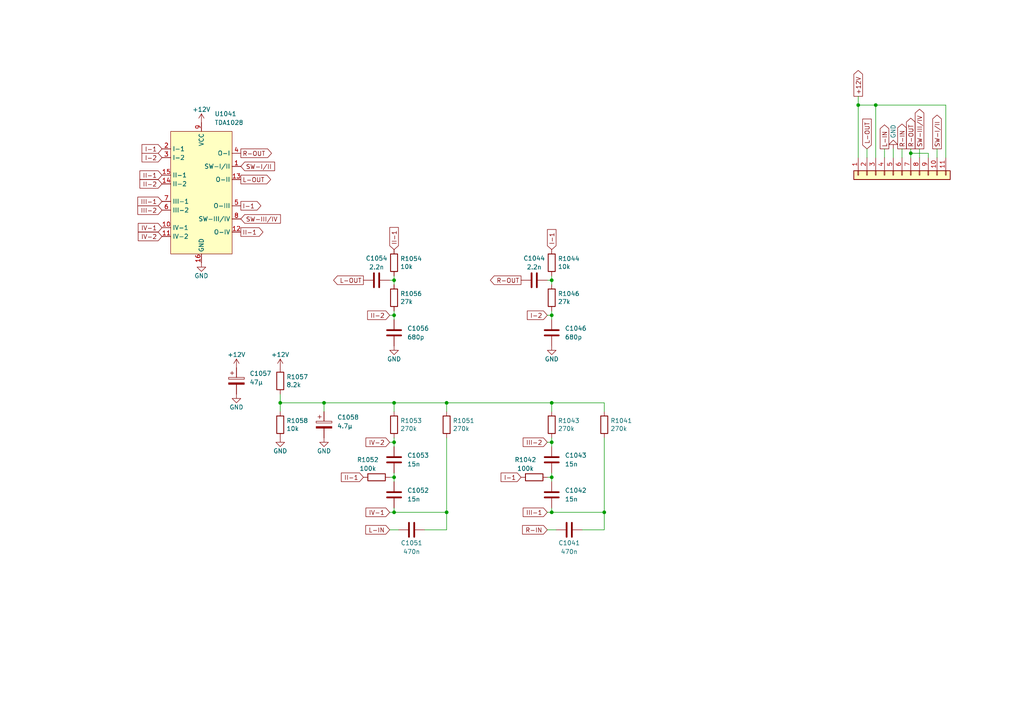
<source format=kicad_sch>
(kicad_sch (version 20230121) (generator eeschema)
  (paper "A4")
  (lib_symbols
    (symbol "Connector_Generic:Conn_01x11" (pin_names (offset 1.016) hide)
      (property "Reference" "J" (at 0 15.24 0))
      (property "Value" "Conn_01x11" (at 0 -15.24 0))
      (symbol "Conn_01x11_1_1"
        (rectangle (start -1.27 -12.573) (end 0 -12.827) (stroke (width 0.1524)))
        (rectangle (start -1.27 -10.033) (end 0 -10.287) (stroke (width 0.1524)))
        (rectangle (start -1.27 -7.493) (end 0 -7.747) (stroke (width 0.1524)))
        (rectangle (start -1.27 -4.953) (end 0 -5.207) (stroke (width 0.1524)))
        (rectangle (start -1.27 -2.413) (end 0 -2.667) (stroke (width 0.1524)))
        (rectangle (start -1.27 0.127) (end 0 -0.127) (stroke (width 0.1524)))
        (rectangle (start -1.27 2.667) (end 0 2.413) (stroke (width 0.1524)))
        (rectangle (start -1.27 5.207) (end 0 4.953) (stroke (width 0.1524)))
        (rectangle (start -1.27 7.747) (end 0 7.493) (stroke (width 0.1524)))
        (rectangle (start -1.27 10.287) (end 0 10.033) (stroke (width 0.1524)))
        (rectangle (start -1.27 12.827) (end 0 12.573) (stroke (width 0.1524)))
        (rectangle (start -1.27 13.97) (end 1.27 -13.97) (stroke (width 0.254)) (fill (type background)))
        (pin passive line (at -5.08 12.7 0) (length 3.81) (name "Pin_1") (number "1"))
        (pin passive line (at -5.08 -10.16 0) (length 3.81) (name "Pin_10") (number "10"))
        (pin passive line (at -5.08 -12.7 0) (length 3.81) (name "Pin_11") (number "11"))
        (pin passive line (at -5.08 10.16 0) (length 3.81) (name "Pin_2") (number "2"))
        (pin passive line (at -5.08 7.62 0) (length 3.81) (name "Pin_3") (number "3"))
        (pin passive line (at -5.08 5.08 0) (length 3.81) (name "Pin_4") (number "4"))
        (pin passive line (at -5.08 2.54 0) (length 3.81) (name "Pin_5") (number "5"))
        (pin passive line (at -5.08 0 0) (length 3.81) (name "Pin_6") (number "6"))
        (pin passive line (at -5.08 -2.54 0) (length 3.81) (name "Pin_7") (number "7"))
        (pin passive line (at -5.08 -5.08 0) (length 3.81) (name "Pin_8") (number "8"))
        (pin passive line (at -5.08 -7.62 0) (length 3.81) (name "Pin_9") (number "9"))
      )
    )
    (symbol "Device:C" (pin_numbers hide) (pin_names (offset 0.254))
      (property "Reference" "C" (at 0.635 2.54 0))
      (property "Value" "C" (at 0.635 -2.54 0))
      (symbol "C_0_1"
        (polyline (pts (xy -2.032 -0.762) (xy 2.032 -0.762)) (stroke (width 0.508)))
        (polyline (pts (xy -2.032 0.762) (xy 2.032 0.762)) (stroke (width 0.508)))
      )
      (symbol "C_1_1"
        (pin passive line (at 0 3.81 270) (length 2.794) (name "~") (number "1"))
        (pin passive line (at 0 -3.81 90) (length 2.794) (name "~") (number "2"))
      )
    )
    (symbol "Device:C_Polarized" (pin_numbers hide) (pin_names (offset 0.254))
      (property "Reference" "C" (at 0.635 2.54 0))
      (property "Value" "C_Polarized" (at 0.635 -2.54 0))
      (symbol "C_Polarized_0_1"
        (rectangle (start -2.286 0.508) (end 2.286 1.016))
        (polyline (pts (xy -1.778 2.286) (xy -0.762 2.286)))
        (polyline (pts (xy -1.27 2.794) (xy -1.27 1.778)))
        (rectangle (start 2.286 -0.508) (end -2.286 -1.016) (fill (type outline)))
      )
      (symbol "C_Polarized_1_1"
        (pin passive line (at 0 3.81 270) (length 2.794) (name "~") (number "1"))
        (pin passive line (at 0 -3.81 90) (length 2.794) (name "~") (number "2"))
      )
    )
    (symbol "Device:R" (pin_numbers hide) (pin_names (offset 0))
      (property "Reference" "R" (at 2.032 0 90))
      (property "Value" "R" (at 0 0 90))
      (symbol "R_0_1"
        (rectangle (start -1.016 -2.54) (end 1.016 2.54) (stroke (width 0.254)))
      )
      (symbol "R_1_1"
        (pin passive line (at 0 3.81 270) (length 1.27) (name "~") (number "1"))
        (pin passive line (at 0 -3.81 90) (length 1.27) (name "~") (number "2"))
      )
    )
    (symbol "Library:TDA1028"
      (property "Reference" "U" (at 0 0 0))
      (property "Value" "TDA1028" (at 0 0 0))
      (symbol "TDA1028_0_1"
        (rectangle (start 8.89 60.96) (end -8.89 25.4) (fill (type background)))
      )
      (symbol "TDA1028_1_1"
        (pin input line (at 11.43 50.8 180) (length 2.54) (name "SW-I/II") (number "1"))
        (pin input line (at -11.43 33.02 0) (length 2.54) (name "IV-1") (number "10"))
        (pin input line (at -11.43 30.48 0) (length 2.54) (name "IV-2") (number "11"))
        (pin output line (at 11.43 31.75 180) (length 2.54) (name "O-IV") (number "12"))
        (pin output line (at 11.43 46.99 180) (length 2.54) (name "O-II") (number "13"))
        (pin input line (at -11.43 45.72 0) (length 2.54) (name "II-2") (number "14"))
        (pin input line (at -11.43 48.26 0) (length 2.54) (name "II-1") (number "15"))
        (pin input line (at 0 22.86 90) (length 2.54) (name "GND") (number "16"))
        (pin input line (at -11.43 55.88 0) (length 2.54) (name "I-1") (number "2"))
        (pin input line (at -11.43 53.34 0) (length 2.54) (name "I-2") (number "3"))
        (pin output line (at 11.43 54.61 180) (length 2.54) (name "O-I") (number "4"))
        (pin output line (at 11.43 39.37 180) (length 2.54) (name "O-III") (number "5"))
        (pin input line (at -11.43 38.1 0) (length 2.54) (name "III-2") (number "6"))
        (pin input line (at -11.43 40.64 0) (length 2.54) (name "III-1") (number "7"))
        (pin input line (at 11.43 35.56 180) (length 2.54) (name "SW-III/IV") (number "8"))
        (pin input line (at 0 63.5 270) (length 2.54) (name "VCC") (number "9"))
      )
    )
    (symbol "power:+12V" (power) (pin_names (offset 0))
      (property "Value" "+12V" (at 0 3.556 0))
      (symbol "+12V_0_1"
        (polyline (pts (xy -0.762 1.27) (xy 0 2.54)))
        (polyline (pts (xy 0 0) (xy 0 2.54)))
        (polyline (pts (xy 0 2.54) (xy 0.762 1.27)))
      )
      (symbol "+12V_1_1"
        (pin power_in line (at 0 0 90) (length 0) hide (name "+12V") (number "1"))
      )
    )
    (symbol "power:GND" (power) (pin_names (offset 0))
      (property "Value" "GND" (at 0 -3.81 0))
      (symbol "GND_0_1"
        (polyline (pts (xy 0 0) (xy 0 -1.27) (xy 1.27 -1.27) (xy 0 -2.54) (xy -1.27 -1.27) (xy 0 -1.27)))
      )
      (symbol "GND_1_1"
        (pin power_in line (at 0 0 270) (length 0) hide (name "GND") (number "1"))
      )
    )
  )
  (junction (at 93.98 116.84))
  (junction (at 114.3 148.59))
  (junction (at 129.54 148.59))
  (junction (at 160.02 148.59))
  (junction (at 175.26 148.59))
  (junction (at 129.54 116.84))
  (junction (at 114.3 138.43))
  (junction (at 114.3 81.28))
  (junction (at 254 30.48))
  (junction (at 248.92 30.48))
  (junction (at 264.16 44.45))
  (junction (at 160.02 128.27))
  (junction (at 160.02 81.28))
  (junction (at 160.02 138.43))
  (junction (at 114.3 128.27))
  (junction (at 114.3 116.84))
  (junction (at 114.3 91.44))
  (junction (at 160.02 116.84))
  (junction (at 160.02 91.44))
  (junction (at 81.28 116.84))
  (wire (pts (xy 158.75 81.28) (xy 160.02 81.28)))
  (wire (pts (xy 113.03 91.44) (xy 114.3 91.44)))
  (wire (pts (xy 264.16 44.45) (xy 269.24 44.45)))
  (wire (pts (xy 269.24 44.45) (xy 269.24 45.72)))
  (wire (pts (xy 160.02 119.38) (xy 160.02 116.84)))
  (wire (pts (xy 158.75 128.27) (xy 160.02 128.27)))
  (wire (pts (xy 81.28 114.3) (xy 81.28 116.84)))
  (wire (pts (xy 123.19 153.67) (xy 129.54 153.67)))
  (wire (pts (xy 271.78 43.18) (xy 271.78 45.72)))
  (wire (pts (xy 129.54 153.67) (xy 129.54 148.59)))
  (wire (pts (xy 248.92 27.94) (xy 248.92 30.48)))
  (wire (pts (xy 266.7 43.18) (xy 266.7 45.72)))
  (wire (pts (xy 274.32 30.48) (xy 274.32 45.72)))
  (wire (pts (xy 254 30.48) (xy 274.32 30.48)))
  (wire (pts (xy 160.02 148.59) (xy 175.26 148.59)))
  (wire (pts (xy 256.54 43.18) (xy 256.54 45.72)))
  (wire (pts (xy 113.03 138.43) (xy 114.3 138.43)))
  (wire (pts (xy 158.75 153.67) (xy 161.29 153.67)))
  (wire (pts (xy 175.26 127) (xy 175.26 148.59)))
  (wire (pts (xy 160.02 116.84) (xy 175.26 116.84)))
  (wire (pts (xy 160.02 81.28) (xy 160.02 82.55)))
  (wire (pts (xy 158.75 138.43) (xy 160.02 138.43)))
  (wire (pts (xy 248.92 30.48) (xy 248.92 45.72)))
  (wire (pts (xy 259.08 43.18) (xy 259.08 45.72)))
  (wire (pts (xy 160.02 128.27) (xy 160.02 129.54)))
  (wire (pts (xy 93.98 116.84) (xy 93.98 119.38)))
  (wire (pts (xy 113.03 148.59) (xy 114.3 148.59)))
  (wire (pts (xy 158.75 91.44) (xy 160.02 91.44)))
  (wire (pts (xy 254 30.48) (xy 254 45.72)))
  (wire (pts (xy 114.3 90.17) (xy 114.3 91.44)))
  (wire (pts (xy 114.3 80.01) (xy 114.3 81.28)))
  (wire (pts (xy 81.28 116.84) (xy 81.28 119.38)))
  (wire (pts (xy 160.02 80.01) (xy 160.02 81.28)))
  (wire (pts (xy 114.3 119.38) (xy 114.3 116.84)))
  (wire (pts (xy 114.3 128.27) (xy 114.3 129.54)))
  (wire (pts (xy 160.02 91.44) (xy 160.02 92.71)))
  (wire (pts (xy 114.3 148.59) (xy 129.54 148.59)))
  (wire (pts (xy 264.16 45.72) (xy 264.16 44.45)))
  (wire (pts (xy 129.54 127) (xy 129.54 148.59)))
  (wire (pts (xy 160.02 147.32) (xy 160.02 148.59)))
  (wire (pts (xy 175.26 153.67) (xy 168.91 153.67)))
  (wire (pts (xy 160.02 90.17) (xy 160.02 91.44)))
  (wire (pts (xy 114.3 91.44) (xy 114.3 92.71)))
  (wire (pts (xy 115.57 153.67) (xy 113.03 153.67)))
  (wire (pts (xy 81.28 116.84) (xy 93.98 116.84)))
  (wire (pts (xy 248.92 30.48) (xy 254 30.48)))
  (wire (pts (xy 160.02 138.43) (xy 160.02 139.7)))
  (wire (pts (xy 160.02 127) (xy 160.02 128.27)))
  (wire (pts (xy 113.03 128.27) (xy 114.3 128.27)))
  (wire (pts (xy 114.3 116.84) (xy 129.54 116.84)))
  (wire (pts (xy 175.26 148.59) (xy 175.26 153.67)))
  (wire (pts (xy 93.98 116.84) (xy 114.3 116.84)))
  (wire (pts (xy 129.54 116.84) (xy 129.54 119.38)))
  (wire (pts (xy 251.46 43.18) (xy 251.46 45.72)))
  (wire (pts (xy 175.26 116.84) (xy 175.26 119.38)))
  (wire (pts (xy 114.3 81.28) (xy 114.3 82.55)))
  (wire (pts (xy 114.3 138.43) (xy 114.3 139.7)))
  (wire (pts (xy 114.3 147.32) (xy 114.3 148.59)))
  (wire (pts (xy 129.54 116.84) (xy 160.02 116.84)))
  (wire (pts (xy 113.03 81.28) (xy 114.3 81.28)))
  (wire (pts (xy 160.02 137.16) (xy 160.02 138.43)))
  (wire (pts (xy 264.16 43.18) (xy 264.16 44.45)))
  (wire (pts (xy 158.75 148.59) (xy 160.02 148.59)))
  (wire (pts (xy 114.3 137.16) (xy 114.3 138.43)))
  (wire (pts (xy 114.3 127) (xy 114.3 128.27)))
  (wire (pts (xy 261.62 43.18) (xy 261.62 45.72)))
  (global_label "IV-1" (shape input) (at 113.03 148.59 180) (property "Intersheetrefs" "${INTERSHEET_REFS}" (effects hide)))
  (global_label "III-1" (shape input) (at 158.75 148.59 180) (property "Intersheetrefs" "${INTERSHEET_REFS}" (effects hide)))
  (global_label "SW-III{slash}IV" (shape output) (at 266.7 43.18 90) (property "Intersheetrefs" "${INTERSHEET_REFS}" (effects hide)))
  (global_label "SW-I{slash}II" (shape output) (at 271.78 43.18 90) (property "Intersheetrefs" "${INTERSHEET_REFS}" (effects hide)))
  (global_label "L-OUT" (shape input) (at 251.46 43.18 90) (property "Intersheetrefs" "${INTERSHEET_REFS}" (effects hide)))
  (global_label "II-1" (shape input) (at 114.3 72.39 90) (property "Intersheetrefs" "${INTERSHEET_REFS}" (effects hide)))
  (global_label "III-2" (shape input) (at 158.75 128.27 180) (property "Intersheetrefs" "${INTERSHEET_REFS}" (effects hide)))
  (global_label "L-IN" (shape input) (at 113.03 153.67 180) (property "Intersheetrefs" "${INTERSHEET_REFS}" (effects hide)))
  (global_label "R-OUT" (shape output) (at 151.13 81.28 180) (property "Intersheetrefs" "${INTERSHEET_REFS}" (effects hide)))
  (global_label "II-2" (shape input) (at 46.99 53.34 180) (property "Intersheetrefs" "${INTERSHEET_REFS}" (effects hide)))
  (global_label "L-OUT" (shape output) (at 105.41 81.28 180) (property "Intersheetrefs" "${INTERSHEET_REFS}" (effects hide)))
  (global_label "I-1" (shape input) (at 151.13 138.43 180) (property "Intersheetrefs" "${INTERSHEET_REFS}" (effects hide)))
  (global_label "+12V" (shape output) (at 248.92 27.94 90) (property "Intersheetrefs" "${INTERSHEET_REFS}" (effects hide)))
  (global_label "L-OUT" (shape output) (at 69.85 52.07 0) (property "Intersheetrefs" "${INTERSHEET_REFS}" (effects hide)))
  (global_label "I-2" (shape input) (at 46.99 45.72 180) (property "Intersheetrefs" "${INTERSHEET_REFS}" (effects hide)))
  (global_label "R-OUT" (shape output) (at 264.16 43.18 90) (property "Intersheetrefs" "${INTERSHEET_REFS}" (effects hide)))
  (global_label "IV-2" (shape input) (at 113.03 128.27 180) (property "Intersheetrefs" "${INTERSHEET_REFS}" (effects hide)))
  (global_label "III-2" (shape input) (at 46.99 60.96 180) (property "Intersheetrefs" "${INTERSHEET_REFS}" (effects hide)))
  (global_label "II-1" (shape input) (at 105.41 138.43 180) (property "Intersheetrefs" "${INTERSHEET_REFS}" (effects hide)))
  (global_label "II-1" (shape output) (at 69.85 67.31 0) (property "Intersheetrefs" "${INTERSHEET_REFS}" (effects hide)))
  (global_label "R-IN" (shape output) (at 261.62 43.18 90) (property "Intersheetrefs" "${INTERSHEET_REFS}" (effects hide)))
  (global_label "IV-1" (shape input) (at 46.99 66.04 180) (property "Intersheetrefs" "${INTERSHEET_REFS}" (effects hide)))
  (global_label "I-1" (shape output) (at 69.85 59.69 0) (property "Intersheetrefs" "${INTERSHEET_REFS}" (effects hide)))
  (global_label "I-2" (shape input) (at 158.75 91.44 180) (property "Intersheetrefs" "${INTERSHEET_REFS}" (effects hide)))
  (global_label "L-IN" (shape output) (at 256.54 43.18 90) (property "Intersheetrefs" "${INTERSHEET_REFS}" (effects hide)))
  (global_label "IV-2" (shape input) (at 46.99 68.58 180) (property "Intersheetrefs" "${INTERSHEET_REFS}" (effects hide)))
  (global_label "I-1" (shape input) (at 160.02 72.39 90) (property "Intersheetrefs" "${INTERSHEET_REFS}" (effects hide)))
  (global_label "SW-III{slash}IV" (shape input) (at 69.85 63.5 0) (property "Intersheetrefs" "${INTERSHEET_REFS}" (effects hide)))
  (global_label "II-1" (shape input) (at 46.99 50.8 180) (property "Intersheetrefs" "${INTERSHEET_REFS}" (effects hide)))
  (global_label "III-1" (shape input) (at 46.99 58.42 180) (property "Intersheetrefs" "${INTERSHEET_REFS}" (effects hide)))
  (global_label "R-IN" (shape input) (at 158.75 153.67 180) (property "Intersheetrefs" "${INTERSHEET_REFS}" (effects hide)))
  (global_label "I-1" (shape input) (at 46.99 43.18 180) (property "Intersheetrefs" "${INTERSHEET_REFS}" (effects hide)))
  (global_label "II-2" (shape input) (at 113.03 91.44 180) (property "Intersheetrefs" "${INTERSHEET_REFS}" (effects hide)))
  (global_label "SW-I{slash}II" (shape input) (at 69.85 48.26 0) (property "Intersheetrefs" "${INTERSHEET_REFS}" (effects hide)))
  (global_label "R-OUT" (shape output) (at 69.85 44.45 0) (property "Intersheetrefs" "${INTERSHEET_REFS}" (effects hide)))
  (symbol (lib_id "Connector_Generic:Conn_01x11") (at 261.62 50.8 90) (mirror x) (unit 1)
    (property "Reference" "J1" (effects hide))
    (property "Value" "Conn_01x13" (effects hide))
    (property "Footprint" "NF-Filter-Modul:Connector_01x11_5mm" (effects hide))
  )
  (symbol (lib_id "Device:R") (at 175.26 123.19 0) (unit 1)
    (property "Reference" "R1041" (at 177.038 122.0216 0) (effects (justify left)))
    (property "Value" "270k" (at 177.038 124.333 0) (effects (justify left)))
    (property "Footprint" "Resistor_THT:R_Axial_DIN0207_L6.3mm_D2.5mm_P10.16mm_Horizontal" (effects hide))
  )
  (symbol (lib_id "power:GND") (at 58.42 76.2 0) (unit 1)
    (property "Reference" "#PWR0109" (effects hide))
    (property "Value" "GND" (at 58.42 80.01 0))
  )
  (symbol (lib_id "power:+12V") (at 58.42 35.56 0) (unit 1)
    (property "Reference" "#PWR0112" (effects hide))
    (property "Value" "+12V" (at 58.42 31.75 0))
  )
  (symbol (lib_id "Device:C") (at 154.94 81.28 90) (unit 1)
    (property "Reference" "C1044" (at 154.94 74.93 90))
    (property "Value" "2.2n" (at 154.94 77.47 90))
    (property "Footprint" "NF-Filter-Modul:C_RAD_6.5mm_5mm" (effects hide))
  )
  (symbol (lib_id "Device:R") (at 160.02 86.36 0) (unit 1)
    (property "Reference" "R1046" (at 161.798 85.1916 0) (effects (justify left)))
    (property "Value" "27k" (at 161.798 87.503 0) (effects (justify left)))
    (property "Footprint" "Resistor_THT:R_Axial_DIN0207_L6.3mm_D2.5mm_P10.16mm_Horizontal" (effects hide))
  )
  (symbol (lib_id "Device:C") (at 160.02 96.52 0) (unit 1)
    (property "Reference" "C1046" (at 163.83 95.25 0) (effects (justify left)))
    (property "Value" "680p" (at 163.83 97.79 0) (effects (justify left)))
    (property "Footprint" "NF-Filter-Modul:C_RAD_6.5mm_5mm" (effects hide))
  )
  (symbol (lib_id "Device:C_Polarized") (at 93.98 123.19 0) (unit 1)
    (property "Reference" "C1058" (at 97.79 121.031 0) (effects (justify left)))
    (property "Value" "4.7µ" (at 97.79 123.571 0) (effects (justify left)))
    (property "Footprint" "Capacitor_THT:CP_Radial_D5.0mm_P2.00mm" (effects hide))
  )
  (symbol (lib_id "power:GND") (at 114.3 100.33 0) (unit 1)
    (property "Reference" "#PWR0107" (effects hide))
    (property "Value" "GND" (at 114.3 104.14 0))
  )
  (symbol (lib_id "Device:C") (at 165.1 153.67 270) (unit 1)
    (property "Reference" "C1041" (at 165.1 157.48 90))
    (property "Value" "470n" (at 165.1 160.02 90))
    (property "Footprint" "Capacitor_THT:C_Rect_L10.0mm_W4.0mm_P7.50mm_MKS4" (effects hide))
  )
  (symbol (lib_id "Device:C") (at 114.3 96.52 0) (unit 1)
    (property "Reference" "C1056" (at 118.11 95.25 0) (effects (justify left)))
    (property "Value" "680p" (at 118.11 97.79 0) (effects (justify left)))
    (property "Footprint" "NF-Filter-Modul:C_RAD_6.5mm_5mm" (effects hide))
  )
  (symbol (lib_id "power:GND") (at 160.02 100.33 0) (unit 1)
    (property "Reference" "#PWR0108" (effects hide))
    (property "Value" "GND" (at 160.02 104.14 0))
  )
  (symbol (lib_id "power:GND") (at 68.58 114.3 0) (unit 1)
    (property "Reference" "#PWR0105" (effects hide))
    (property "Value" "GND" (at 68.58 118.11 0))
  )
  (symbol (lib_id "Device:C") (at 119.38 153.67 270) (unit 1)
    (property "Reference" "C1051" (at 119.38 157.48 90))
    (property "Value" "470n" (at 119.38 160.02 90))
    (property "Footprint" "Capacitor_THT:C_Rect_L10.0mm_W4.0mm_P7.50mm_MKS4" (effects hide))
  )
  (symbol (lib_id "Library:TDA1028") (at 58.42 99.06 0) (unit 1)
    (property "Reference" "U1041" (at 62.23 33.02 0) (effects (justify left)))
    (property "Value" "TDA1028" (at 62.23 35.56 0) (effects (justify left)))
    (property "Footprint" "Package_DIP:DIP-16_W7.62mm" (effects hide))
  )
  (symbol (lib_id "Device:C_Polarized") (at 68.58 110.49 0) (unit 1)
    (property "Reference" "C1057" (at 72.39 108.331 0) (effects (justify left)))
    (property "Value" "47µ" (at 72.39 110.871 0) (effects (justify left)))
    (property "Footprint" "Capacitor_THT:CP_Radial_D6.3mm_P2.50mm" (effects hide))
  )
  (symbol (lib_id "Device:R") (at 154.94 138.43 90) (unit 1)
    (property "Reference" "R1042" (at 152.4 133.35 90))
    (property "Value" "100k" (at 152.4 135.89 90))
    (property "Footprint" "Resistor_THT:R_Axial_DIN0207_L6.3mm_D2.5mm_P10.16mm_Horizontal" (effects hide))
  )
  (symbol (lib_id "Device:C") (at 160.02 143.51 0) (unit 1)
    (property "Reference" "C1042" (at 163.83 142.24 0) (effects (justify left)))
    (property "Value" "15n" (at 163.83 144.78 0) (effects (justify left)))
    (property "Footprint" "Capacitor_THT:C_Rect_L10.0mm_W2.5mm_P7.50mm_MKS4" (effects hide))
  )
  (symbol (lib_id "power:+12V") (at 81.28 106.68 0) (unit 1)
    (property "Reference" "#PWR0102" (effects hide))
    (property "Value" "+12V" (at 81.28 102.87 0))
  )
  (symbol (lib_id "Device:C") (at 114.3 133.35 0) (unit 1)
    (property "Reference" "C1053" (at 118.11 132.08 0) (effects (justify left)))
    (property "Value" "15n" (at 118.11 134.62 0) (effects (justify left)))
    (property "Footprint" "Capacitor_THT:C_Rect_L10.0mm_W2.5mm_P7.50mm_MKS4" (effects hide))
  )
  (symbol (lib_id "power:GND") (at 93.98 127 0) (unit 1)
    (property "Reference" "#PWR0110" (effects hide))
    (property "Value" "GND" (at 93.98 130.81 0))
  )
  (symbol (lib_id "Device:R") (at 81.28 123.19 0) (unit 1)
    (property "Reference" "R1058" (at 83.058 122.0216 0) (effects (justify left)))
    (property "Value" "10k" (at 83.058 124.333 0) (effects (justify left)))
    (property "Footprint" "Resistor_THT:R_Axial_DIN0207_L6.3mm_D2.5mm_P10.16mm_Horizontal" (effects hide))
  )
  (symbol (lib_id "Device:C") (at 109.22 81.28 90) (unit 1)
    (property "Reference" "C1054" (at 109.22 74.93 90))
    (property "Value" "2.2n" (at 109.22 77.47 90))
    (property "Footprint" "NF-Filter-Modul:C_RAD_6.5mm_5mm" (effects hide))
  )
  (symbol (lib_id "Device:R") (at 114.3 123.19 0) (unit 1)
    (property "Reference" "R1053" (at 116.078 122.0216 0) (effects (justify left)))
    (property "Value" "270k" (at 116.078 124.333 0) (effects (justify left)))
    (property "Footprint" "Resistor_THT:R_Axial_DIN0207_L6.3mm_D2.5mm_P10.16mm_Horizontal" (effects hide))
  )
  (symbol (lib_id "Device:R") (at 114.3 76.2 0) (unit 1)
    (property "Reference" "R1054" (at 116.078 75.0316 0) (effects (justify left)))
    (property "Value" "10k" (at 116.078 77.343 0) (effects (justify left)))
    (property "Footprint" "Resistor_THT:R_Axial_DIN0207_L6.3mm_D2.5mm_P10.16mm_Horizontal" (effects hide))
  )
  (symbol (lib_id "power:GND") (at 81.28 127 0) (unit 1)
    (property "Reference" "#PWR0103" (effects hide))
    (property "Value" "GND" (at 81.28 130.81 0))
  )
  (symbol (lib_id "power:+12V") (at 68.58 106.68 0) (unit 1)
    (property "Reference" "#PWR0106" (effects hide))
    (property "Value" "+12V" (at 68.58 102.87 0))
  )
  (symbol (lib_id "Device:C") (at 160.02 133.35 0) (unit 1)
    (property "Reference" "C1043" (at 163.83 132.08 0) (effects (justify left)))
    (property "Value" "15n" (at 163.83 134.62 0) (effects (justify left)))
    (property "Footprint" "Capacitor_THT:C_Rect_L10.0mm_W2.5mm_P7.50mm_MKS4" (effects hide))
  )
  (symbol (lib_id "Device:R") (at 81.28 110.49 0) (unit 1)
    (property "Reference" "R1057" (at 83.058 109.3216 0) (effects (justify left)))
    (property "Value" "8.2k" (at 83.058 111.633 0) (effects (justify left)))
    (property "Footprint" "Resistor_THT:R_Axial_DIN0207_L6.3mm_D2.5mm_P10.16mm_Horizontal" (effects hide))
  )
  (symbol (lib_id "power:GND") (at 259.08 43.18 180) (unit 1)
    (property "Reference" "#PWR0101" (effects hide))
    (property "Value" "GND" (at 259.08 38.1 90))
  )
  (symbol (lib_id "Device:R") (at 160.02 76.2 0) (unit 1)
    (property "Reference" "R1044" (at 161.798 75.0316 0) (effects (justify left)))
    (property "Value" "10k" (at 161.798 77.343 0) (effects (justify left)))
    (property "Footprint" "Resistor_THT:R_Axial_DIN0207_L6.3mm_D2.5mm_P10.16mm_Horizontal" (effects hide))
  )
  (symbol (lib_id "Device:R") (at 109.22 138.43 90) (unit 1)
    (property "Reference" "R1052" (at 106.68 133.35 90))
    (property "Value" "100k" (at 106.68 135.89 90))
    (property "Footprint" "Resistor_THT:R_Axial_DIN0207_L6.3mm_D2.5mm_P10.16mm_Horizontal" (effects hide))
  )
  (symbol (lib_id "Device:R") (at 160.02 123.19 0) (unit 1)
    (property "Reference" "R1043" (at 161.798 122.0216 0) (effects (justify left)))
    (property "Value" "270k" (at 161.798 124.333 0) (effects (justify left)))
    (property "Footprint" "Resistor_THT:R_Axial_DIN0207_L6.3mm_D2.5mm_P10.16mm_Horizontal" (effects hide))
  )
  (symbol (lib_id "Device:R") (at 114.3 86.36 0) (unit 1)
    (property "Reference" "R1056" (at 116.078 85.1916 0) (effects (justify left)))
    (property "Value" "27k" (at 116.078 87.503 0) (effects (justify left)))
    (property "Footprint" "Resistor_THT:R_Axial_DIN0207_L6.3mm_D2.5mm_P10.16mm_Horizontal" (effects hide))
  )
  (symbol (lib_id "Device:C") (at 114.3 143.51 0) (unit 1)
    (property "Reference" "C1052" (at 118.11 142.24 0) (effects (justify left)))
    (property "Value" "15n" (at 118.11 144.78 0) (effects (justify left)))
    (property "Footprint" "Capacitor_THT:C_Rect_L10.0mm_W2.5mm_P7.50mm_MKS4" (effects hide))
  )
  (symbol (lib_id "Device:R") (at 129.54 123.19 0) (unit 1)
    (property "Reference" "R1051" (at 131.318 122.0216 0) (effects (justify left)))
    (property "Value" "270k" (at 131.318 124.333 0) (effects (justify left)))
    (property "Footprint" "Resistor_THT:R_Axial_DIN0207_L6.3mm_D2.5mm_P10.16mm_Horizontal" (effects hide))
  )
)
</source>
